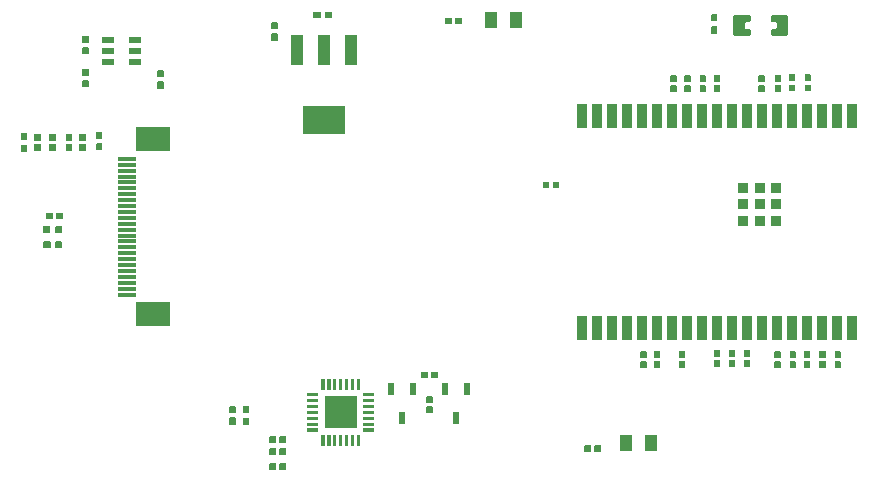
<source format=gtp>
G04 Layer: TopPasteMaskLayer*
G04 EasyEDA v6.5.23, 2023-05-27 11:47:03*
G04 dba0e08a7a4f4acbaa45d03accf02bcc,0a61cb7f7b51421fbede6d33e3e5ec82,10*
G04 Gerber Generator version 0.2*
G04 Scale: 100 percent, Rotated: No, Reflected: No *
G04 Dimensions in inches *
G04 leading zeros omitted , absolute positions ,3 integer and 6 decimal *
%FSLAX36Y36*%
%MOIN*%

%AMMACRO1*21,1,$1,$2,0,0,$3*%
%ADD10R,0.0591X0.0118*%
%ADD11MACRO1,0.0118X0.0591X-90.0000*%
%ADD12R,0.1181X0.0787*%
%ADD13R,0.0394X0.0551*%
%ADD14R,0.0236X0.0421*%
%ADD15R,0.0354X0.0787*%
%ADD16R,0.0354X0.0354*%
%ADD17R,0.0433X0.0984*%
%ADD18MACRO1,0.1417X0.0921X0.0000*%
%ADD19R,0.0422X0.0209*%
%ADD20R,0.0190X0.0209*%

%LPD*%
G36*
X2765940Y2433180D02*
G01*
X2764360Y2431600D01*
X2764360Y2411880D01*
X2765940Y2410320D01*
X2784060Y2410320D01*
X2785640Y2411880D01*
X2785640Y2431600D01*
X2784060Y2433180D01*
G37*
G36*
X2765940Y2399680D02*
G01*
X2764360Y2398120D01*
X2764360Y2378400D01*
X2765940Y2376820D01*
X2784060Y2376820D01*
X2785640Y2378400D01*
X2785640Y2398120D01*
X2784060Y2399680D01*
G37*
G36*
X2619940Y2433180D02*
G01*
X2618380Y2431600D01*
X2618380Y2411880D01*
X2619940Y2410320D01*
X2638060Y2410320D01*
X2639620Y2411880D01*
X2639620Y2431600D01*
X2638060Y2433180D01*
G37*
G36*
X2619940Y2399680D02*
G01*
X2618380Y2398120D01*
X2618380Y2378400D01*
X2619940Y2376820D01*
X2638060Y2376820D01*
X2639620Y2378400D01*
X2639620Y2398120D01*
X2638060Y2399680D01*
G37*
G36*
X2717940Y2433180D02*
G01*
X2716360Y2431600D01*
X2716360Y2411880D01*
X2717940Y2410320D01*
X2736060Y2410320D01*
X2737620Y2411880D01*
X2737620Y2431600D01*
X2736060Y2433180D01*
G37*
G36*
X2717940Y2399680D02*
G01*
X2716360Y2398120D01*
X2716360Y2378400D01*
X2717940Y2376820D01*
X2736060Y2376820D01*
X2737620Y2378400D01*
X2737620Y2398120D01*
X2736060Y2399680D01*
G37*
G36*
X2666940Y2433180D02*
G01*
X2665380Y2431600D01*
X2665380Y2411880D01*
X2666940Y2410320D01*
X2685059Y2410320D01*
X2686620Y2411880D01*
X2686620Y2431600D01*
X2685059Y2433180D01*
G37*
G36*
X2666940Y2399680D02*
G01*
X2665380Y2398120D01*
X2665380Y2378400D01*
X2666940Y2376820D01*
X2685059Y2376820D01*
X2686620Y2378400D01*
X2686620Y2398120D01*
X2685059Y2399680D01*
G37*
G36*
X1901900Y2625640D02*
G01*
X1900320Y2624060D01*
X1900320Y2605940D01*
X1901900Y2604360D01*
X1921600Y2604360D01*
X1923180Y2605940D01*
X1923180Y2624060D01*
X1921600Y2625640D01*
G37*
G36*
X1868400Y2625640D02*
G01*
X1866819Y2624060D01*
X1866819Y2605940D01*
X1868400Y2604360D01*
X1888100Y2604360D01*
X1889680Y2605940D01*
X1889680Y2624060D01*
X1888100Y2625640D01*
G37*
G36*
X2366900Y1200640D02*
G01*
X2365320Y1199060D01*
X2365320Y1180940D01*
X2366900Y1179360D01*
X2386600Y1179360D01*
X2388180Y1180940D01*
X2388180Y1199060D01*
X2386600Y1200640D01*
G37*
G36*
X2333400Y1200640D02*
G01*
X2331820Y1199060D01*
X2331820Y1180940D01*
X2333400Y1179360D01*
X2353100Y1179360D01*
X2354680Y1180940D01*
X2354680Y1199060D01*
X2353100Y1200640D01*
G37*
G36*
X1196140Y1292120D02*
G01*
X1194180Y1290160D01*
X1194180Y1269300D01*
X1196140Y1267320D01*
X1213860Y1267320D01*
X1215820Y1269300D01*
X1215820Y1290160D01*
X1213860Y1292120D01*
G37*
G36*
X1196140Y1332680D02*
G01*
X1194180Y1330700D01*
X1194180Y1309840D01*
X1196140Y1307880D01*
X1213860Y1307880D01*
X1215820Y1309840D01*
X1215820Y1330700D01*
X1213860Y1332680D01*
G37*
G36*
X569840Y1930820D02*
G01*
X567880Y1928860D01*
X567880Y1911140D01*
X569840Y1909180D01*
X590700Y1909180D01*
X592680Y1911140D01*
X592680Y1928860D01*
X590700Y1930820D01*
G37*
G36*
X529300Y1930820D02*
G01*
X527320Y1928860D01*
X527320Y1911140D01*
X529300Y1909180D01*
X550160Y1909180D01*
X552120Y1911140D01*
X552120Y1928860D01*
X550160Y1930820D01*
G37*
G36*
X456140Y2202120D02*
G01*
X454180Y2200160D01*
X454180Y2179300D01*
X456140Y2177320D01*
X473860Y2177320D01*
X475820Y2179300D01*
X475820Y2200160D01*
X473860Y2202120D01*
G37*
G36*
X456140Y2242680D02*
G01*
X454180Y2240700D01*
X454180Y2219840D01*
X456140Y2217880D01*
X473860Y2217880D01*
X475820Y2219840D01*
X475820Y2240700D01*
X473860Y2242680D01*
G37*
G36*
X2756139Y2637679D02*
G01*
X2754180Y2635700D01*
X2754180Y2614840D01*
X2756139Y2612880D01*
X2773860Y2612880D01*
X2775820Y2614840D01*
X2775820Y2635700D01*
X2773860Y2637679D01*
G37*
G36*
X2756139Y2597120D02*
G01*
X2754180Y2595160D01*
X2754180Y2574300D01*
X2756139Y2572320D01*
X2773860Y2572320D01*
X2775820Y2574300D01*
X2775820Y2595160D01*
X2773860Y2597120D01*
G37*
G36*
X1291140Y2610700D02*
G01*
X1289180Y2608740D01*
X1289180Y2589840D01*
X1291140Y2587080D01*
X1308860Y2587080D01*
X1310820Y2589840D01*
X1310820Y2608740D01*
X1308860Y2610700D01*
G37*
G36*
X1291140Y2572919D02*
G01*
X1289180Y2570160D01*
X1289180Y2551260D01*
X1291140Y2549300D01*
X1308860Y2549300D01*
X1310820Y2551260D01*
X1310820Y2570160D01*
X1308860Y2572919D01*
G37*
G36*
X1469840Y2645820D02*
G01*
X1467080Y2643860D01*
X1467080Y2626139D01*
X1469840Y2624180D01*
X1488740Y2624180D01*
X1490700Y2626139D01*
X1490700Y2643860D01*
X1488740Y2645820D01*
G37*
G36*
X1431260Y2645820D02*
G01*
X1429300Y2643860D01*
X1429300Y2626139D01*
X1431260Y2624180D01*
X1450160Y2624180D01*
X1452920Y2626139D01*
X1452920Y2643860D01*
X1450160Y2645820D01*
G37*
G36*
X1151140Y1330700D02*
G01*
X1149180Y1328740D01*
X1149180Y1309840D01*
X1151140Y1307080D01*
X1168860Y1307080D01*
X1170820Y1309840D01*
X1170820Y1328740D01*
X1168860Y1330700D01*
G37*
G36*
X1151140Y1292920D02*
G01*
X1149180Y1290160D01*
X1149180Y1271260D01*
X1151140Y1269300D01*
X1168860Y1269300D01*
X1170820Y1271260D01*
X1170820Y1290160D01*
X1168860Y1292920D01*
G37*
G36*
X661140Y2455700D02*
G01*
X659180Y2453740D01*
X659180Y2434840D01*
X661140Y2432080D01*
X678860Y2432080D01*
X680819Y2434840D01*
X680819Y2453740D01*
X678860Y2455700D01*
G37*
G36*
X661140Y2417920D02*
G01*
X659180Y2415160D01*
X659180Y2396260D01*
X661140Y2394300D01*
X678860Y2394300D01*
X680819Y2396260D01*
X680819Y2415160D01*
X678860Y2417920D01*
G37*
G36*
X661140Y2527920D02*
G01*
X659180Y2525160D01*
X659180Y2506260D01*
X661140Y2504300D01*
X678860Y2504300D01*
X680819Y2506260D01*
X680819Y2525160D01*
X678860Y2527920D01*
G37*
G36*
X661140Y2565700D02*
G01*
X659180Y2563740D01*
X659180Y2544840D01*
X661140Y2542080D01*
X678860Y2542080D01*
X680819Y2544840D01*
X680819Y2563740D01*
X678860Y2565700D01*
G37*
G36*
X911140Y2412920D02*
G01*
X909180Y2410160D01*
X909180Y2391260D01*
X911140Y2389300D01*
X928860Y2389300D01*
X930819Y2391260D01*
X930819Y2410160D01*
X928860Y2412920D01*
G37*
G36*
X911140Y2450700D02*
G01*
X909180Y2448740D01*
X909180Y2429840D01*
X911140Y2427080D01*
X928860Y2427080D01*
X930819Y2429840D01*
X930819Y2448740D01*
X928860Y2450700D01*
G37*
G36*
X706140Y2245700D02*
G01*
X704180Y2243740D01*
X704180Y2224840D01*
X706140Y2222080D01*
X723860Y2222080D01*
X725819Y2224840D01*
X725819Y2243740D01*
X723860Y2245700D01*
G37*
G36*
X706140Y2207920D02*
G01*
X704180Y2205160D01*
X704180Y2186260D01*
X706140Y2184300D01*
X723860Y2184300D01*
X725819Y2186260D01*
X725819Y2205160D01*
X723860Y2207920D01*
G37*
G36*
X531260Y1880820D02*
G01*
X529300Y1878860D01*
X529300Y1861140D01*
X531260Y1859180D01*
X550160Y1859180D01*
X552920Y1861140D01*
X552920Y1878860D01*
X550160Y1880820D01*
G37*
G36*
X569840Y1880820D02*
G01*
X567080Y1878860D01*
X567080Y1861140D01*
X569840Y1859180D01*
X588740Y1859180D01*
X590700Y1861140D01*
X590700Y1878860D01*
X588740Y1880820D01*
G37*
G36*
X2957400Y2634020D02*
G01*
X2953460Y2630080D01*
X2953460Y2615500D01*
X2957400Y2611560D01*
X2969400Y2611560D01*
X2973340Y2607620D01*
X2973340Y2592380D01*
X2969400Y2588440D01*
X2957400Y2588440D01*
X2953460Y2584500D01*
X2953460Y2569920D01*
X2957400Y2565980D01*
X3008000Y2565980D01*
X3011920Y2569920D01*
X3011920Y2630080D01*
X3008000Y2634020D01*
G37*
G36*
X2832000Y2634020D02*
G01*
X2828080Y2630080D01*
X2828080Y2569920D01*
X2832000Y2565980D01*
X2882600Y2565980D01*
X2886540Y2569920D01*
X2886540Y2584500D01*
X2882600Y2588440D01*
X2870600Y2588440D01*
X2866660Y2592380D01*
X2866660Y2607620D01*
X2870600Y2611560D01*
X2882600Y2611560D01*
X2886540Y2615500D01*
X2886540Y2630080D01*
X2882600Y2634020D01*
G37*
G36*
X1283400Y1140640D02*
G01*
X1281819Y1139060D01*
X1281819Y1120940D01*
X1283400Y1119360D01*
X1303100Y1119360D01*
X1304680Y1120940D01*
X1304680Y1139060D01*
X1303100Y1140640D01*
G37*
G36*
X1316900Y1140640D02*
G01*
X1315320Y1139060D01*
X1315320Y1120940D01*
X1316900Y1119360D01*
X1336600Y1119360D01*
X1338180Y1120940D01*
X1338180Y1139060D01*
X1336600Y1140640D01*
G37*
G36*
X1316900Y1230640D02*
G01*
X1315320Y1229060D01*
X1315320Y1210940D01*
X1316900Y1209360D01*
X1336600Y1209360D01*
X1338180Y1210940D01*
X1338180Y1229060D01*
X1336600Y1230640D01*
G37*
G36*
X1283400Y1230640D02*
G01*
X1281819Y1229060D01*
X1281819Y1210940D01*
X1283400Y1209360D01*
X1303100Y1209360D01*
X1304680Y1210940D01*
X1304680Y1229060D01*
X1303100Y1230640D01*
G37*
G36*
X1316900Y1190640D02*
G01*
X1315320Y1189060D01*
X1315320Y1170940D01*
X1316900Y1169360D01*
X1336600Y1169360D01*
X1338180Y1170940D01*
X1338180Y1189060D01*
X1336600Y1190640D01*
G37*
G36*
X1283400Y1190640D02*
G01*
X1281819Y1189060D01*
X1281819Y1170940D01*
X1283400Y1169360D01*
X1303100Y1169360D01*
X1304680Y1170940D01*
X1304680Y1189060D01*
X1303100Y1190640D01*
G37*
G36*
X3065940Y1480680D02*
G01*
X3064360Y1479120D01*
X3064360Y1459400D01*
X3065940Y1457820D01*
X3084060Y1457820D01*
X3085640Y1459400D01*
X3085640Y1479120D01*
X3084060Y1480680D01*
G37*
G36*
X3065940Y1514180D02*
G01*
X3064360Y1512600D01*
X3064360Y1492900D01*
X3065940Y1491320D01*
X3084060Y1491320D01*
X3085640Y1492900D01*
X3085640Y1512600D01*
X3084060Y1514180D01*
G37*
G36*
X3017940Y1480680D02*
G01*
X3016360Y1479120D01*
X3016360Y1459400D01*
X3017940Y1457820D01*
X3036060Y1457820D01*
X3037620Y1459400D01*
X3037620Y1479120D01*
X3036060Y1480680D01*
G37*
G36*
X3017940Y1514180D02*
G01*
X3016360Y1512600D01*
X3016360Y1492900D01*
X3017940Y1491320D01*
X3036060Y1491320D01*
X3037620Y1492900D01*
X3037620Y1512600D01*
X3036060Y1514180D01*
G37*
G36*
X1788400Y1445640D02*
G01*
X1786819Y1444060D01*
X1786819Y1425940D01*
X1788400Y1424360D01*
X1808100Y1424360D01*
X1809680Y1425940D01*
X1809680Y1444060D01*
X1808100Y1445640D01*
G37*
G36*
X1821900Y1445640D02*
G01*
X1820320Y1444060D01*
X1820320Y1425940D01*
X1821900Y1424360D01*
X1841600Y1424360D01*
X1843180Y1425940D01*
X1843180Y1444060D01*
X1841600Y1445640D01*
G37*
G36*
X1806940Y1363180D02*
G01*
X1805380Y1361600D01*
X1805380Y1341879D01*
X1806940Y1340320D01*
X1825060Y1340320D01*
X1826620Y1341879D01*
X1826620Y1361600D01*
X1825060Y1363180D01*
G37*
G36*
X1806940Y1329680D02*
G01*
X1805380Y1328120D01*
X1805380Y1308400D01*
X1806940Y1306819D01*
X1825060Y1306819D01*
X1826620Y1308400D01*
X1826620Y1328120D01*
X1825060Y1329680D01*
G37*
G36*
X2194400Y2078620D02*
G01*
X2192820Y2077060D01*
X2192820Y2058940D01*
X2194400Y2057380D01*
X2214120Y2057380D01*
X2215680Y2058940D01*
X2215680Y2077060D01*
X2214120Y2078620D01*
G37*
G36*
X2227880Y2078620D02*
G01*
X2226320Y2077060D01*
X2226320Y2058940D01*
X2227880Y2057380D01*
X2247600Y2057380D01*
X2249180Y2058940D01*
X2249180Y2077060D01*
X2247600Y2078620D01*
G37*
G36*
X3167940Y1480680D02*
G01*
X3166360Y1479120D01*
X3166360Y1459400D01*
X3167940Y1457820D01*
X3186060Y1457820D01*
X3187620Y1459400D01*
X3187620Y1479120D01*
X3186060Y1480680D01*
G37*
G36*
X3167940Y1514180D02*
G01*
X3166360Y1512600D01*
X3166360Y1492900D01*
X3167940Y1491320D01*
X3186060Y1491320D01*
X3187620Y1492900D01*
X3187620Y1512600D01*
X3186060Y1514180D01*
G37*
G36*
X2648940Y1480680D02*
G01*
X2647380Y1479120D01*
X2647380Y1459400D01*
X2648940Y1457820D01*
X2667060Y1457820D01*
X2668639Y1459400D01*
X2668639Y1479120D01*
X2667060Y1480680D01*
G37*
G36*
X2648940Y1514180D02*
G01*
X2647380Y1512600D01*
X2647380Y1492900D01*
X2648940Y1491320D01*
X2667060Y1491320D01*
X2668639Y1492900D01*
X2668639Y1512600D01*
X2667060Y1514180D01*
G37*
G36*
X3116940Y1481680D02*
G01*
X3115380Y1480100D01*
X3115380Y1460400D01*
X3116940Y1458820D01*
X3135059Y1458820D01*
X3136620Y1460400D01*
X3136620Y1480100D01*
X3135059Y1481680D01*
G37*
G36*
X3116940Y1515180D02*
G01*
X3115380Y1513600D01*
X3115380Y1493899D01*
X3116940Y1492320D01*
X3135059Y1492320D01*
X3136620Y1493899D01*
X3136620Y1513600D01*
X3135059Y1515180D01*
G37*
G36*
X2966940Y1480680D02*
G01*
X2965380Y1479120D01*
X2965380Y1459400D01*
X2966940Y1457820D01*
X2985059Y1457820D01*
X2986620Y1459400D01*
X2986620Y1479120D01*
X2985059Y1480680D01*
G37*
G36*
X2966940Y1514180D02*
G01*
X2965380Y1512600D01*
X2965380Y1492900D01*
X2966940Y1491320D01*
X2985059Y1491320D01*
X2986620Y1492900D01*
X2986620Y1512600D01*
X2985059Y1514180D01*
G37*
G36*
X2765940Y1483680D02*
G01*
X2764360Y1482100D01*
X2764360Y1462400D01*
X2765940Y1460820D01*
X2784060Y1460820D01*
X2785640Y1462400D01*
X2785640Y1482100D01*
X2784060Y1483680D01*
G37*
G36*
X2765940Y1517180D02*
G01*
X2764360Y1515600D01*
X2764360Y1495880D01*
X2765940Y1494319D01*
X2784060Y1494319D01*
X2785640Y1495880D01*
X2785640Y1515600D01*
X2784060Y1517180D01*
G37*
G36*
X3067940Y2436180D02*
G01*
X3066360Y2434600D01*
X3066360Y2414900D01*
X3067940Y2413320D01*
X3086060Y2413320D01*
X3087620Y2414900D01*
X3087620Y2434600D01*
X3086060Y2436180D01*
G37*
G36*
X3067940Y2402680D02*
G01*
X3066360Y2401100D01*
X3066360Y2381400D01*
X3067940Y2379820D01*
X3086060Y2379820D01*
X3087620Y2381400D01*
X3087620Y2401100D01*
X3086060Y2402680D01*
G37*
G36*
X3014940Y2436180D02*
G01*
X3013380Y2434600D01*
X3013380Y2414900D01*
X3014940Y2413320D01*
X3033060Y2413320D01*
X3034620Y2414900D01*
X3034620Y2434600D01*
X3033060Y2436180D01*
G37*
G36*
X3014940Y2402680D02*
G01*
X3013380Y2401100D01*
X3013380Y2381400D01*
X3014940Y2379820D01*
X3033060Y2379820D01*
X3034620Y2381400D01*
X3034620Y2401100D01*
X3033060Y2402680D01*
G37*
G36*
X2967940Y2435180D02*
G01*
X2966360Y2433600D01*
X2966360Y2413900D01*
X2967940Y2412320D01*
X2986060Y2412320D01*
X2987620Y2413900D01*
X2987620Y2433600D01*
X2986060Y2435180D01*
G37*
G36*
X2967940Y2401680D02*
G01*
X2966360Y2400100D01*
X2966360Y2380400D01*
X2967940Y2378820D01*
X2986060Y2378820D01*
X2987620Y2380400D01*
X2987620Y2400100D01*
X2986060Y2401680D01*
G37*
G36*
X2913940Y2434180D02*
G01*
X2912380Y2432600D01*
X2912380Y2412900D01*
X2913940Y2411320D01*
X2932060Y2411320D01*
X2933639Y2412900D01*
X2933639Y2432600D01*
X2932060Y2434180D01*
G37*
G36*
X2913940Y2400680D02*
G01*
X2912380Y2399120D01*
X2912380Y2379400D01*
X2913940Y2377820D01*
X2932060Y2377820D01*
X2933639Y2379400D01*
X2933639Y2399120D01*
X2932060Y2400680D01*
G37*
G36*
X2815940Y1483680D02*
G01*
X2814360Y1482100D01*
X2814360Y1462400D01*
X2815940Y1460820D01*
X2834060Y1460820D01*
X2835640Y1462400D01*
X2835640Y1482100D01*
X2834060Y1483680D01*
G37*
G36*
X2815940Y1517180D02*
G01*
X2814360Y1515600D01*
X2814360Y1495880D01*
X2815940Y1494319D01*
X2834060Y1494319D01*
X2835640Y1495880D01*
X2835640Y1515600D01*
X2834060Y1517180D01*
G37*
G36*
X2864940Y1483680D02*
G01*
X2863380Y1482100D01*
X2863380Y1462400D01*
X2864940Y1460820D01*
X2883060Y1460820D01*
X2884620Y1462400D01*
X2884620Y1482100D01*
X2883060Y1483680D01*
G37*
G36*
X2864940Y1517180D02*
G01*
X2863380Y1515600D01*
X2863380Y1495880D01*
X2864940Y1494319D01*
X2883060Y1494319D01*
X2884620Y1495880D01*
X2884620Y1515600D01*
X2883060Y1517180D01*
G37*
G36*
X571880Y1975640D02*
G01*
X570320Y1974060D01*
X570320Y1955940D01*
X571880Y1954360D01*
X591600Y1954360D01*
X593180Y1955940D01*
X593180Y1974060D01*
X591600Y1975640D01*
G37*
G36*
X538400Y1975640D02*
G01*
X536820Y1974060D01*
X536820Y1955940D01*
X538400Y1954360D01*
X558120Y1954360D01*
X559680Y1955940D01*
X559680Y1974060D01*
X558120Y1975640D01*
G37*
G36*
X650939Y2204680D02*
G01*
X649360Y2203120D01*
X649360Y2183400D01*
X650939Y2181820D01*
X669060Y2181820D01*
X670639Y2183400D01*
X670639Y2203120D01*
X669060Y2204680D01*
G37*
G36*
X650939Y2238180D02*
G01*
X649360Y2236600D01*
X649360Y2216880D01*
X650939Y2215320D01*
X669060Y2215320D01*
X670639Y2216880D01*
X670639Y2236600D01*
X669060Y2238180D01*
G37*
G36*
X550940Y2204680D02*
G01*
X549360Y2203120D01*
X549360Y2183400D01*
X550940Y2181820D01*
X569060Y2181820D01*
X570640Y2183400D01*
X570640Y2203120D01*
X569060Y2204680D01*
G37*
G36*
X550940Y2238180D02*
G01*
X549360Y2236600D01*
X549360Y2216880D01*
X550940Y2215320D01*
X569060Y2215320D01*
X570640Y2216880D01*
X570640Y2236600D01*
X569060Y2238180D01*
G37*
G36*
X605940Y2204680D02*
G01*
X604360Y2203120D01*
X604360Y2183400D01*
X605940Y2181820D01*
X624060Y2181820D01*
X625640Y2183400D01*
X625640Y2203120D01*
X624060Y2204680D01*
G37*
G36*
X605940Y2238180D02*
G01*
X604360Y2236600D01*
X604360Y2216880D01*
X605940Y2215320D01*
X624060Y2215320D01*
X625640Y2216880D01*
X625640Y2236600D01*
X624060Y2238180D01*
G37*
G36*
X500940Y2204680D02*
G01*
X499360Y2203120D01*
X499360Y2183400D01*
X500940Y2181820D01*
X519060Y2181820D01*
X520640Y2183400D01*
X520640Y2203120D01*
X519060Y2204680D01*
G37*
G36*
X500940Y2238180D02*
G01*
X499360Y2236600D01*
X499360Y2216880D01*
X500940Y2215320D01*
X519060Y2215320D01*
X520640Y2216880D01*
X520640Y2236600D01*
X519060Y2238180D01*
G37*
G36*
X2565940Y1479680D02*
G01*
X2564360Y1478120D01*
X2564360Y1458400D01*
X2565940Y1456819D01*
X2584060Y1456819D01*
X2585640Y1458400D01*
X2585640Y1478120D01*
X2584060Y1479680D01*
G37*
G36*
X2565940Y1513180D02*
G01*
X2564360Y1511600D01*
X2564360Y1491879D01*
X2565940Y1490320D01*
X2584060Y1490320D01*
X2585640Y1491879D01*
X2585640Y1511600D01*
X2584060Y1513180D01*
G37*
G36*
X2520940Y1479680D02*
G01*
X2519360Y1478120D01*
X2519360Y1458400D01*
X2520940Y1456819D01*
X2539060Y1456819D01*
X2540640Y1458400D01*
X2540640Y1478120D01*
X2539060Y1479680D01*
G37*
G36*
X2520940Y1513180D02*
G01*
X2519360Y1511600D01*
X2519360Y1491879D01*
X2520940Y1490320D01*
X2539060Y1490320D01*
X2540640Y1491879D01*
X2540640Y1511600D01*
X2539060Y1513180D01*
G37*
G36*
X1466860Y1363140D02*
G01*
X1466860Y1256840D01*
X1573140Y1256840D01*
X1573140Y1363140D01*
G37*
G36*
X1455440Y1421420D02*
G01*
X1455440Y1385780D01*
X1466459Y1385780D01*
X1466459Y1421420D01*
G37*
G36*
X1475120Y1421420D02*
G01*
X1475120Y1385780D01*
X1486140Y1385780D01*
X1486140Y1421420D01*
G37*
G36*
X1494800Y1421420D02*
G01*
X1494800Y1385780D01*
X1505840Y1385780D01*
X1505840Y1421420D01*
G37*
G36*
X1514480Y1421420D02*
G01*
X1514480Y1385780D01*
X1525520Y1385780D01*
X1525520Y1421420D01*
G37*
G36*
X1534180Y1421420D02*
G01*
X1534180Y1385780D01*
X1545200Y1385780D01*
X1545200Y1421420D01*
G37*
G36*
X1553860Y1421420D02*
G01*
X1553860Y1385780D01*
X1564880Y1385780D01*
X1564880Y1421420D01*
G37*
G36*
X1573540Y1421420D02*
G01*
X1573540Y1385780D01*
X1584580Y1385780D01*
X1584580Y1421420D01*
G37*
G36*
X1595780Y1374560D02*
G01*
X1595780Y1363540D01*
X1631420Y1363540D01*
X1631420Y1374560D01*
G37*
G36*
X1595780Y1354880D02*
G01*
X1595780Y1343860D01*
X1631420Y1343860D01*
X1631420Y1354880D01*
G37*
G36*
X1595780Y1335200D02*
G01*
X1595780Y1324160D01*
X1631420Y1324160D01*
X1631420Y1335200D01*
G37*
G36*
X1595780Y1315520D02*
G01*
X1595780Y1304480D01*
X1631420Y1304480D01*
X1631420Y1315520D01*
G37*
G36*
X1595780Y1295820D02*
G01*
X1595780Y1284800D01*
X1631420Y1284800D01*
X1631420Y1295820D01*
G37*
G36*
X1595780Y1276140D02*
G01*
X1595780Y1265120D01*
X1631420Y1265120D01*
X1631420Y1276140D01*
G37*
G36*
X1595780Y1256460D02*
G01*
X1595780Y1245420D01*
X1631420Y1245420D01*
X1631420Y1256460D01*
G37*
G36*
X1573540Y1234220D02*
G01*
X1573540Y1198580D01*
X1584580Y1198580D01*
X1584580Y1234220D01*
G37*
G36*
X1553860Y1234220D02*
G01*
X1553860Y1198580D01*
X1564880Y1198580D01*
X1564880Y1234220D01*
G37*
G36*
X1534180Y1234220D02*
G01*
X1534180Y1198580D01*
X1545200Y1198580D01*
X1545200Y1234220D01*
G37*
G36*
X1514480Y1234220D02*
G01*
X1514480Y1198580D01*
X1525520Y1198580D01*
X1525520Y1234220D01*
G37*
G36*
X1494800Y1234220D02*
G01*
X1494800Y1198580D01*
X1505840Y1198580D01*
X1505840Y1234220D01*
G37*
G36*
X1475120Y1234220D02*
G01*
X1475120Y1198580D01*
X1486140Y1198580D01*
X1486140Y1234220D01*
G37*
G36*
X1455440Y1234220D02*
G01*
X1455440Y1198580D01*
X1466459Y1198580D01*
X1466459Y1234220D01*
G37*
G36*
X1408580Y1256460D02*
G01*
X1408580Y1245420D01*
X1444220Y1245420D01*
X1444220Y1256460D01*
G37*
G36*
X1408580Y1276140D02*
G01*
X1408580Y1265120D01*
X1444220Y1265120D01*
X1444220Y1276140D01*
G37*
G36*
X1408580Y1295820D02*
G01*
X1408580Y1284800D01*
X1444220Y1284800D01*
X1444220Y1295820D01*
G37*
G36*
X1408580Y1315520D02*
G01*
X1408580Y1304480D01*
X1444220Y1304480D01*
X1444220Y1315520D01*
G37*
G36*
X1408580Y1335200D02*
G01*
X1408580Y1324160D01*
X1444220Y1324160D01*
X1444220Y1335200D01*
G37*
G36*
X1408580Y1354880D02*
G01*
X1408580Y1343860D01*
X1444220Y1343860D01*
X1444220Y1354880D01*
G37*
G36*
X1408580Y1374560D02*
G01*
X1408580Y1363540D01*
X1444220Y1363540D01*
X1444220Y1374560D01*
G37*
D10*
G01*
X806559Y2155180D03*
D11*
G01*
X806560Y2135514D03*
G01*
X806560Y2115834D03*
G01*
X806560Y2096144D03*
G01*
X806560Y2076465D03*
G01*
X806560Y2056774D03*
G01*
X806560Y2037094D03*
G01*
X806560Y2017404D03*
G01*
X806560Y1997725D03*
G01*
X806560Y1978035D03*
G01*
X806560Y1958354D03*
G01*
X806560Y1938665D03*
D10*
G01*
X806559Y1918989D03*
D11*
G01*
X806560Y1899294D03*
G01*
X806510Y1879764D03*
D10*
G01*
X806530Y1859949D03*
G01*
X806570Y1840250D03*
G01*
X806559Y1820580D03*
G01*
X806559Y1800900D03*
G01*
X806440Y1781129D03*
G01*
X806440Y1761430D03*
G01*
X806440Y1741759D03*
G01*
X806440Y1722060D03*
G01*
X806440Y1702370D03*
D12*
G01*
X895309Y2220369D03*
G01*
X895559Y1637620D03*
D13*
G01*
X2020649Y2616999D03*
G01*
X2103350Y2616999D03*
G01*
X2470649Y1206999D03*
G01*
X2553350Y1206999D03*
D14*
G01*
X1762399Y1388620D03*
G01*
X1687600Y1388620D03*
G01*
X1725000Y1291379D03*
G01*
X1942399Y1388620D03*
G01*
X1867600Y1388620D03*
G01*
X1905000Y1291379D03*
D15*
G01*
X3225010Y2299330D03*
G01*
X3175010Y2299330D03*
G01*
X3125010Y2299330D03*
G01*
X3075010Y2299330D03*
G01*
X3025010Y2299330D03*
G01*
X2975010Y2299330D03*
G01*
X2925010Y2299330D03*
G01*
X2875010Y2299330D03*
G01*
X2825010Y2299330D03*
G01*
X2775010Y2299330D03*
G01*
X2725010Y2299330D03*
G01*
X2675010Y2299330D03*
G01*
X2625010Y2299330D03*
G01*
X2575010Y2299330D03*
G01*
X2525010Y2299330D03*
G01*
X2475010Y2299330D03*
G01*
X2425010Y2299330D03*
G01*
X2375010Y2299330D03*
G01*
X2325010Y2299330D03*
G01*
X2325010Y1590670D03*
G01*
X2375010Y1590670D03*
G01*
X2425010Y1590670D03*
G01*
X2475010Y1590670D03*
G01*
X2525010Y1590670D03*
G01*
X2575010Y1590670D03*
G01*
X2625010Y1590670D03*
G01*
X2675010Y1590670D03*
G01*
X2725010Y1590670D03*
G01*
X2775010Y1590670D03*
G01*
X2825010Y1590670D03*
G01*
X2875010Y1590670D03*
G01*
X2925010Y1590670D03*
G01*
X2975010Y1590670D03*
G01*
X3025010Y1590670D03*
G01*
X3075010Y1590670D03*
G01*
X3125010Y1590670D03*
G01*
X3175010Y1590670D03*
G01*
X3225010Y1590670D03*
D16*
G01*
X2917529Y2004050D03*
G01*
X2917529Y2058980D03*
G01*
X2917529Y1949130D03*
G01*
X2972439Y2058980D03*
G01*
X2972439Y2004050D03*
G01*
X2972439Y1949130D03*
G01*
X2862610Y2058980D03*
G01*
X2862610Y2004050D03*
G01*
X2862610Y1949130D03*
D17*
G01*
X1555550Y2516930D03*
G01*
X1465000Y2516930D03*
G01*
X1374449Y2516930D03*
D18*
G01*
X1465000Y2283070D03*
D19*
G01*
X835240Y2477600D03*
G01*
X835240Y2515000D03*
G01*
X835240Y2552399D03*
G01*
X744760Y2552399D03*
G01*
X744760Y2515000D03*
G01*
X744760Y2477600D03*
M02*

</source>
